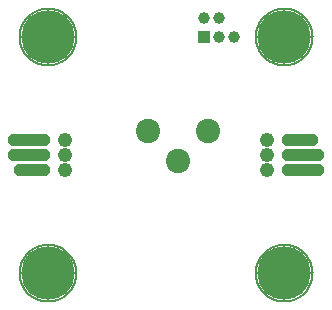
<source format=gbs>
G04 EAGLE Gerber X2 export*
%TF.Part,Single*%
%TF.FileFunction,Soldermask,Bot,1*%
%TF.FilePolarity,Negative*%
%TF.GenerationSoftware,Autodesk,EAGLE,9.6.2*%
%TF.CreationDate,2022-06-05T05:17:34Z*%
G75*
%MOMM*%
%FSLAX34Y34*%
%LPD*%
%INSoldermask Bottom*%
%AMOC8*
5,1,8,0,0,1.08239X$1,22.5*%
G01*
%ADD10C,0.990600*%
%ADD11R,0.990600X0.990600*%
%ADD12C,1.227000*%
%ADD13C,0.842138*%
%ADD14C,0.685800*%
%ADD15C,4.527000*%
%ADD16C,0.200000*%
%ADD17C,2.057400*%


D10*
X185138Y240626D03*
X185138Y224878D03*
X172438Y240626D03*
D11*
X172438Y224878D03*
D10*
X197838Y224878D03*
D12*
X54500Y112300D03*
D13*
X10325Y136775D02*
X10325Y138625D01*
X37675Y138625D01*
X37675Y136775D01*
X10325Y136775D01*
X10325Y125925D02*
X10325Y124075D01*
X10325Y125925D02*
X37675Y125925D01*
X37675Y124075D01*
X10325Y124075D01*
X15325Y113225D02*
X15325Y111375D01*
X15325Y113225D02*
X37675Y113225D01*
X37675Y111375D01*
X15325Y111375D01*
D12*
X54500Y125000D03*
X54500Y137700D03*
D14*
X23500Y125000D03*
D12*
X225500Y137700D03*
D13*
X269675Y113225D02*
X269675Y111375D01*
X242325Y111375D01*
X242325Y113225D01*
X269675Y113225D01*
X269675Y124075D02*
X269675Y125925D01*
X269675Y124075D02*
X242325Y124075D01*
X242325Y125925D01*
X269675Y125925D01*
X264675Y136775D02*
X264675Y138625D01*
X264675Y136775D02*
X242325Y136775D01*
X242325Y138625D01*
X264675Y138625D01*
D12*
X225500Y125000D03*
X225500Y112300D03*
D14*
X256500Y125000D03*
D15*
X40000Y225000D03*
D16*
X16000Y225000D02*
X16007Y225589D01*
X16029Y226178D01*
X16065Y226766D01*
X16116Y227352D01*
X16180Y227938D01*
X16260Y228522D01*
X16353Y229103D01*
X16461Y229682D01*
X16583Y230258D01*
X16719Y230832D01*
X16869Y231401D01*
X17033Y231967D01*
X17211Y232528D01*
X17403Y233085D01*
X17608Y233637D01*
X17827Y234184D01*
X18059Y234726D01*
X18304Y235261D01*
X18563Y235791D01*
X18834Y236314D01*
X19118Y236830D01*
X19415Y237338D01*
X19724Y237840D01*
X20045Y238334D01*
X20378Y238819D01*
X20723Y239297D01*
X21080Y239766D01*
X21448Y240225D01*
X21827Y240676D01*
X22217Y241117D01*
X22618Y241549D01*
X23029Y241971D01*
X23451Y242382D01*
X23883Y242783D01*
X24324Y243173D01*
X24775Y243552D01*
X25234Y243920D01*
X25703Y244277D01*
X26181Y244622D01*
X26666Y244955D01*
X27160Y245276D01*
X27662Y245585D01*
X28170Y245882D01*
X28686Y246166D01*
X29209Y246437D01*
X29739Y246696D01*
X30274Y246941D01*
X30816Y247173D01*
X31363Y247392D01*
X31915Y247597D01*
X32472Y247789D01*
X33033Y247967D01*
X33599Y248131D01*
X34168Y248281D01*
X34742Y248417D01*
X35318Y248539D01*
X35897Y248647D01*
X36478Y248740D01*
X37062Y248820D01*
X37648Y248884D01*
X38234Y248935D01*
X38822Y248971D01*
X39411Y248993D01*
X40000Y249000D01*
X40589Y248993D01*
X41178Y248971D01*
X41766Y248935D01*
X42352Y248884D01*
X42938Y248820D01*
X43522Y248740D01*
X44103Y248647D01*
X44682Y248539D01*
X45258Y248417D01*
X45832Y248281D01*
X46401Y248131D01*
X46967Y247967D01*
X47528Y247789D01*
X48085Y247597D01*
X48637Y247392D01*
X49184Y247173D01*
X49726Y246941D01*
X50261Y246696D01*
X50791Y246437D01*
X51314Y246166D01*
X51830Y245882D01*
X52338Y245585D01*
X52840Y245276D01*
X53334Y244955D01*
X53819Y244622D01*
X54297Y244277D01*
X54766Y243920D01*
X55225Y243552D01*
X55676Y243173D01*
X56117Y242783D01*
X56549Y242382D01*
X56971Y241971D01*
X57382Y241549D01*
X57783Y241117D01*
X58173Y240676D01*
X58552Y240225D01*
X58920Y239766D01*
X59277Y239297D01*
X59622Y238819D01*
X59955Y238334D01*
X60276Y237840D01*
X60585Y237338D01*
X60882Y236830D01*
X61166Y236314D01*
X61437Y235791D01*
X61696Y235261D01*
X61941Y234726D01*
X62173Y234184D01*
X62392Y233637D01*
X62597Y233085D01*
X62789Y232528D01*
X62967Y231967D01*
X63131Y231401D01*
X63281Y230832D01*
X63417Y230258D01*
X63539Y229682D01*
X63647Y229103D01*
X63740Y228522D01*
X63820Y227938D01*
X63884Y227352D01*
X63935Y226766D01*
X63971Y226178D01*
X63993Y225589D01*
X64000Y225000D01*
X63993Y224411D01*
X63971Y223822D01*
X63935Y223234D01*
X63884Y222648D01*
X63820Y222062D01*
X63740Y221478D01*
X63647Y220897D01*
X63539Y220318D01*
X63417Y219742D01*
X63281Y219168D01*
X63131Y218599D01*
X62967Y218033D01*
X62789Y217472D01*
X62597Y216915D01*
X62392Y216363D01*
X62173Y215816D01*
X61941Y215274D01*
X61696Y214739D01*
X61437Y214209D01*
X61166Y213686D01*
X60882Y213170D01*
X60585Y212662D01*
X60276Y212160D01*
X59955Y211666D01*
X59622Y211181D01*
X59277Y210703D01*
X58920Y210234D01*
X58552Y209775D01*
X58173Y209324D01*
X57783Y208883D01*
X57382Y208451D01*
X56971Y208029D01*
X56549Y207618D01*
X56117Y207217D01*
X55676Y206827D01*
X55225Y206448D01*
X54766Y206080D01*
X54297Y205723D01*
X53819Y205378D01*
X53334Y205045D01*
X52840Y204724D01*
X52338Y204415D01*
X51830Y204118D01*
X51314Y203834D01*
X50791Y203563D01*
X50261Y203304D01*
X49726Y203059D01*
X49184Y202827D01*
X48637Y202608D01*
X48085Y202403D01*
X47528Y202211D01*
X46967Y202033D01*
X46401Y201869D01*
X45832Y201719D01*
X45258Y201583D01*
X44682Y201461D01*
X44103Y201353D01*
X43522Y201260D01*
X42938Y201180D01*
X42352Y201116D01*
X41766Y201065D01*
X41178Y201029D01*
X40589Y201007D01*
X40000Y201000D01*
X39411Y201007D01*
X38822Y201029D01*
X38234Y201065D01*
X37648Y201116D01*
X37062Y201180D01*
X36478Y201260D01*
X35897Y201353D01*
X35318Y201461D01*
X34742Y201583D01*
X34168Y201719D01*
X33599Y201869D01*
X33033Y202033D01*
X32472Y202211D01*
X31915Y202403D01*
X31363Y202608D01*
X30816Y202827D01*
X30274Y203059D01*
X29739Y203304D01*
X29209Y203563D01*
X28686Y203834D01*
X28170Y204118D01*
X27662Y204415D01*
X27160Y204724D01*
X26666Y205045D01*
X26181Y205378D01*
X25703Y205723D01*
X25234Y206080D01*
X24775Y206448D01*
X24324Y206827D01*
X23883Y207217D01*
X23451Y207618D01*
X23029Y208029D01*
X22618Y208451D01*
X22217Y208883D01*
X21827Y209324D01*
X21448Y209775D01*
X21080Y210234D01*
X20723Y210703D01*
X20378Y211181D01*
X20045Y211666D01*
X19724Y212160D01*
X19415Y212662D01*
X19118Y213170D01*
X18834Y213686D01*
X18563Y214209D01*
X18304Y214739D01*
X18059Y215274D01*
X17827Y215816D01*
X17608Y216363D01*
X17403Y216915D01*
X17211Y217472D01*
X17033Y218033D01*
X16869Y218599D01*
X16719Y219168D01*
X16583Y219742D01*
X16461Y220318D01*
X16353Y220897D01*
X16260Y221478D01*
X16180Y222062D01*
X16116Y222648D01*
X16065Y223234D01*
X16029Y223822D01*
X16007Y224411D01*
X16000Y225000D01*
D15*
X40000Y25000D03*
D16*
X16000Y25000D02*
X16007Y25589D01*
X16029Y26178D01*
X16065Y26766D01*
X16116Y27352D01*
X16180Y27938D01*
X16260Y28522D01*
X16353Y29103D01*
X16461Y29682D01*
X16583Y30258D01*
X16719Y30832D01*
X16869Y31401D01*
X17033Y31967D01*
X17211Y32528D01*
X17403Y33085D01*
X17608Y33637D01*
X17827Y34184D01*
X18059Y34726D01*
X18304Y35261D01*
X18563Y35791D01*
X18834Y36314D01*
X19118Y36830D01*
X19415Y37338D01*
X19724Y37840D01*
X20045Y38334D01*
X20378Y38819D01*
X20723Y39297D01*
X21080Y39766D01*
X21448Y40225D01*
X21827Y40676D01*
X22217Y41117D01*
X22618Y41549D01*
X23029Y41971D01*
X23451Y42382D01*
X23883Y42783D01*
X24324Y43173D01*
X24775Y43552D01*
X25234Y43920D01*
X25703Y44277D01*
X26181Y44622D01*
X26666Y44955D01*
X27160Y45276D01*
X27662Y45585D01*
X28170Y45882D01*
X28686Y46166D01*
X29209Y46437D01*
X29739Y46696D01*
X30274Y46941D01*
X30816Y47173D01*
X31363Y47392D01*
X31915Y47597D01*
X32472Y47789D01*
X33033Y47967D01*
X33599Y48131D01*
X34168Y48281D01*
X34742Y48417D01*
X35318Y48539D01*
X35897Y48647D01*
X36478Y48740D01*
X37062Y48820D01*
X37648Y48884D01*
X38234Y48935D01*
X38822Y48971D01*
X39411Y48993D01*
X40000Y49000D01*
X40589Y48993D01*
X41178Y48971D01*
X41766Y48935D01*
X42352Y48884D01*
X42938Y48820D01*
X43522Y48740D01*
X44103Y48647D01*
X44682Y48539D01*
X45258Y48417D01*
X45832Y48281D01*
X46401Y48131D01*
X46967Y47967D01*
X47528Y47789D01*
X48085Y47597D01*
X48637Y47392D01*
X49184Y47173D01*
X49726Y46941D01*
X50261Y46696D01*
X50791Y46437D01*
X51314Y46166D01*
X51830Y45882D01*
X52338Y45585D01*
X52840Y45276D01*
X53334Y44955D01*
X53819Y44622D01*
X54297Y44277D01*
X54766Y43920D01*
X55225Y43552D01*
X55676Y43173D01*
X56117Y42783D01*
X56549Y42382D01*
X56971Y41971D01*
X57382Y41549D01*
X57783Y41117D01*
X58173Y40676D01*
X58552Y40225D01*
X58920Y39766D01*
X59277Y39297D01*
X59622Y38819D01*
X59955Y38334D01*
X60276Y37840D01*
X60585Y37338D01*
X60882Y36830D01*
X61166Y36314D01*
X61437Y35791D01*
X61696Y35261D01*
X61941Y34726D01*
X62173Y34184D01*
X62392Y33637D01*
X62597Y33085D01*
X62789Y32528D01*
X62967Y31967D01*
X63131Y31401D01*
X63281Y30832D01*
X63417Y30258D01*
X63539Y29682D01*
X63647Y29103D01*
X63740Y28522D01*
X63820Y27938D01*
X63884Y27352D01*
X63935Y26766D01*
X63971Y26178D01*
X63993Y25589D01*
X64000Y25000D01*
X63993Y24411D01*
X63971Y23822D01*
X63935Y23234D01*
X63884Y22648D01*
X63820Y22062D01*
X63740Y21478D01*
X63647Y20897D01*
X63539Y20318D01*
X63417Y19742D01*
X63281Y19168D01*
X63131Y18599D01*
X62967Y18033D01*
X62789Y17472D01*
X62597Y16915D01*
X62392Y16363D01*
X62173Y15816D01*
X61941Y15274D01*
X61696Y14739D01*
X61437Y14209D01*
X61166Y13686D01*
X60882Y13170D01*
X60585Y12662D01*
X60276Y12160D01*
X59955Y11666D01*
X59622Y11181D01*
X59277Y10703D01*
X58920Y10234D01*
X58552Y9775D01*
X58173Y9324D01*
X57783Y8883D01*
X57382Y8451D01*
X56971Y8029D01*
X56549Y7618D01*
X56117Y7217D01*
X55676Y6827D01*
X55225Y6448D01*
X54766Y6080D01*
X54297Y5723D01*
X53819Y5378D01*
X53334Y5045D01*
X52840Y4724D01*
X52338Y4415D01*
X51830Y4118D01*
X51314Y3834D01*
X50791Y3563D01*
X50261Y3304D01*
X49726Y3059D01*
X49184Y2827D01*
X48637Y2608D01*
X48085Y2403D01*
X47528Y2211D01*
X46967Y2033D01*
X46401Y1869D01*
X45832Y1719D01*
X45258Y1583D01*
X44682Y1461D01*
X44103Y1353D01*
X43522Y1260D01*
X42938Y1180D01*
X42352Y1116D01*
X41766Y1065D01*
X41178Y1029D01*
X40589Y1007D01*
X40000Y1000D01*
X39411Y1007D01*
X38822Y1029D01*
X38234Y1065D01*
X37648Y1116D01*
X37062Y1180D01*
X36478Y1260D01*
X35897Y1353D01*
X35318Y1461D01*
X34742Y1583D01*
X34168Y1719D01*
X33599Y1869D01*
X33033Y2033D01*
X32472Y2211D01*
X31915Y2403D01*
X31363Y2608D01*
X30816Y2827D01*
X30274Y3059D01*
X29739Y3304D01*
X29209Y3563D01*
X28686Y3834D01*
X28170Y4118D01*
X27662Y4415D01*
X27160Y4724D01*
X26666Y5045D01*
X26181Y5378D01*
X25703Y5723D01*
X25234Y6080D01*
X24775Y6448D01*
X24324Y6827D01*
X23883Y7217D01*
X23451Y7618D01*
X23029Y8029D01*
X22618Y8451D01*
X22217Y8883D01*
X21827Y9324D01*
X21448Y9775D01*
X21080Y10234D01*
X20723Y10703D01*
X20378Y11181D01*
X20045Y11666D01*
X19724Y12160D01*
X19415Y12662D01*
X19118Y13170D01*
X18834Y13686D01*
X18563Y14209D01*
X18304Y14739D01*
X18059Y15274D01*
X17827Y15816D01*
X17608Y16363D01*
X17403Y16915D01*
X17211Y17472D01*
X17033Y18033D01*
X16869Y18599D01*
X16719Y19168D01*
X16583Y19742D01*
X16461Y20318D01*
X16353Y20897D01*
X16260Y21478D01*
X16180Y22062D01*
X16116Y22648D01*
X16065Y23234D01*
X16029Y23822D01*
X16007Y24411D01*
X16000Y25000D01*
D15*
X240000Y25000D03*
D16*
X216000Y25000D02*
X216007Y25589D01*
X216029Y26178D01*
X216065Y26766D01*
X216116Y27352D01*
X216180Y27938D01*
X216260Y28522D01*
X216353Y29103D01*
X216461Y29682D01*
X216583Y30258D01*
X216719Y30832D01*
X216869Y31401D01*
X217033Y31967D01*
X217211Y32528D01*
X217403Y33085D01*
X217608Y33637D01*
X217827Y34184D01*
X218059Y34726D01*
X218304Y35261D01*
X218563Y35791D01*
X218834Y36314D01*
X219118Y36830D01*
X219415Y37338D01*
X219724Y37840D01*
X220045Y38334D01*
X220378Y38819D01*
X220723Y39297D01*
X221080Y39766D01*
X221448Y40225D01*
X221827Y40676D01*
X222217Y41117D01*
X222618Y41549D01*
X223029Y41971D01*
X223451Y42382D01*
X223883Y42783D01*
X224324Y43173D01*
X224775Y43552D01*
X225234Y43920D01*
X225703Y44277D01*
X226181Y44622D01*
X226666Y44955D01*
X227160Y45276D01*
X227662Y45585D01*
X228170Y45882D01*
X228686Y46166D01*
X229209Y46437D01*
X229739Y46696D01*
X230274Y46941D01*
X230816Y47173D01*
X231363Y47392D01*
X231915Y47597D01*
X232472Y47789D01*
X233033Y47967D01*
X233599Y48131D01*
X234168Y48281D01*
X234742Y48417D01*
X235318Y48539D01*
X235897Y48647D01*
X236478Y48740D01*
X237062Y48820D01*
X237648Y48884D01*
X238234Y48935D01*
X238822Y48971D01*
X239411Y48993D01*
X240000Y49000D01*
X240589Y48993D01*
X241178Y48971D01*
X241766Y48935D01*
X242352Y48884D01*
X242938Y48820D01*
X243522Y48740D01*
X244103Y48647D01*
X244682Y48539D01*
X245258Y48417D01*
X245832Y48281D01*
X246401Y48131D01*
X246967Y47967D01*
X247528Y47789D01*
X248085Y47597D01*
X248637Y47392D01*
X249184Y47173D01*
X249726Y46941D01*
X250261Y46696D01*
X250791Y46437D01*
X251314Y46166D01*
X251830Y45882D01*
X252338Y45585D01*
X252840Y45276D01*
X253334Y44955D01*
X253819Y44622D01*
X254297Y44277D01*
X254766Y43920D01*
X255225Y43552D01*
X255676Y43173D01*
X256117Y42783D01*
X256549Y42382D01*
X256971Y41971D01*
X257382Y41549D01*
X257783Y41117D01*
X258173Y40676D01*
X258552Y40225D01*
X258920Y39766D01*
X259277Y39297D01*
X259622Y38819D01*
X259955Y38334D01*
X260276Y37840D01*
X260585Y37338D01*
X260882Y36830D01*
X261166Y36314D01*
X261437Y35791D01*
X261696Y35261D01*
X261941Y34726D01*
X262173Y34184D01*
X262392Y33637D01*
X262597Y33085D01*
X262789Y32528D01*
X262967Y31967D01*
X263131Y31401D01*
X263281Y30832D01*
X263417Y30258D01*
X263539Y29682D01*
X263647Y29103D01*
X263740Y28522D01*
X263820Y27938D01*
X263884Y27352D01*
X263935Y26766D01*
X263971Y26178D01*
X263993Y25589D01*
X264000Y25000D01*
X263993Y24411D01*
X263971Y23822D01*
X263935Y23234D01*
X263884Y22648D01*
X263820Y22062D01*
X263740Y21478D01*
X263647Y20897D01*
X263539Y20318D01*
X263417Y19742D01*
X263281Y19168D01*
X263131Y18599D01*
X262967Y18033D01*
X262789Y17472D01*
X262597Y16915D01*
X262392Y16363D01*
X262173Y15816D01*
X261941Y15274D01*
X261696Y14739D01*
X261437Y14209D01*
X261166Y13686D01*
X260882Y13170D01*
X260585Y12662D01*
X260276Y12160D01*
X259955Y11666D01*
X259622Y11181D01*
X259277Y10703D01*
X258920Y10234D01*
X258552Y9775D01*
X258173Y9324D01*
X257783Y8883D01*
X257382Y8451D01*
X256971Y8029D01*
X256549Y7618D01*
X256117Y7217D01*
X255676Y6827D01*
X255225Y6448D01*
X254766Y6080D01*
X254297Y5723D01*
X253819Y5378D01*
X253334Y5045D01*
X252840Y4724D01*
X252338Y4415D01*
X251830Y4118D01*
X251314Y3834D01*
X250791Y3563D01*
X250261Y3304D01*
X249726Y3059D01*
X249184Y2827D01*
X248637Y2608D01*
X248085Y2403D01*
X247528Y2211D01*
X246967Y2033D01*
X246401Y1869D01*
X245832Y1719D01*
X245258Y1583D01*
X244682Y1461D01*
X244103Y1353D01*
X243522Y1260D01*
X242938Y1180D01*
X242352Y1116D01*
X241766Y1065D01*
X241178Y1029D01*
X240589Y1007D01*
X240000Y1000D01*
X239411Y1007D01*
X238822Y1029D01*
X238234Y1065D01*
X237648Y1116D01*
X237062Y1180D01*
X236478Y1260D01*
X235897Y1353D01*
X235318Y1461D01*
X234742Y1583D01*
X234168Y1719D01*
X233599Y1869D01*
X233033Y2033D01*
X232472Y2211D01*
X231915Y2403D01*
X231363Y2608D01*
X230816Y2827D01*
X230274Y3059D01*
X229739Y3304D01*
X229209Y3563D01*
X228686Y3834D01*
X228170Y4118D01*
X227662Y4415D01*
X227160Y4724D01*
X226666Y5045D01*
X226181Y5378D01*
X225703Y5723D01*
X225234Y6080D01*
X224775Y6448D01*
X224324Y6827D01*
X223883Y7217D01*
X223451Y7618D01*
X223029Y8029D01*
X222618Y8451D01*
X222217Y8883D01*
X221827Y9324D01*
X221448Y9775D01*
X221080Y10234D01*
X220723Y10703D01*
X220378Y11181D01*
X220045Y11666D01*
X219724Y12160D01*
X219415Y12662D01*
X219118Y13170D01*
X218834Y13686D01*
X218563Y14209D01*
X218304Y14739D01*
X218059Y15274D01*
X217827Y15816D01*
X217608Y16363D01*
X217403Y16915D01*
X217211Y17472D01*
X217033Y18033D01*
X216869Y18599D01*
X216719Y19168D01*
X216583Y19742D01*
X216461Y20318D01*
X216353Y20897D01*
X216260Y21478D01*
X216180Y22062D01*
X216116Y22648D01*
X216065Y23234D01*
X216029Y23822D01*
X216007Y24411D01*
X216000Y25000D01*
D15*
X240000Y225000D03*
D16*
X216000Y225000D02*
X216007Y225589D01*
X216029Y226178D01*
X216065Y226766D01*
X216116Y227352D01*
X216180Y227938D01*
X216260Y228522D01*
X216353Y229103D01*
X216461Y229682D01*
X216583Y230258D01*
X216719Y230832D01*
X216869Y231401D01*
X217033Y231967D01*
X217211Y232528D01*
X217403Y233085D01*
X217608Y233637D01*
X217827Y234184D01*
X218059Y234726D01*
X218304Y235261D01*
X218563Y235791D01*
X218834Y236314D01*
X219118Y236830D01*
X219415Y237338D01*
X219724Y237840D01*
X220045Y238334D01*
X220378Y238819D01*
X220723Y239297D01*
X221080Y239766D01*
X221448Y240225D01*
X221827Y240676D01*
X222217Y241117D01*
X222618Y241549D01*
X223029Y241971D01*
X223451Y242382D01*
X223883Y242783D01*
X224324Y243173D01*
X224775Y243552D01*
X225234Y243920D01*
X225703Y244277D01*
X226181Y244622D01*
X226666Y244955D01*
X227160Y245276D01*
X227662Y245585D01*
X228170Y245882D01*
X228686Y246166D01*
X229209Y246437D01*
X229739Y246696D01*
X230274Y246941D01*
X230816Y247173D01*
X231363Y247392D01*
X231915Y247597D01*
X232472Y247789D01*
X233033Y247967D01*
X233599Y248131D01*
X234168Y248281D01*
X234742Y248417D01*
X235318Y248539D01*
X235897Y248647D01*
X236478Y248740D01*
X237062Y248820D01*
X237648Y248884D01*
X238234Y248935D01*
X238822Y248971D01*
X239411Y248993D01*
X240000Y249000D01*
X240589Y248993D01*
X241178Y248971D01*
X241766Y248935D01*
X242352Y248884D01*
X242938Y248820D01*
X243522Y248740D01*
X244103Y248647D01*
X244682Y248539D01*
X245258Y248417D01*
X245832Y248281D01*
X246401Y248131D01*
X246967Y247967D01*
X247528Y247789D01*
X248085Y247597D01*
X248637Y247392D01*
X249184Y247173D01*
X249726Y246941D01*
X250261Y246696D01*
X250791Y246437D01*
X251314Y246166D01*
X251830Y245882D01*
X252338Y245585D01*
X252840Y245276D01*
X253334Y244955D01*
X253819Y244622D01*
X254297Y244277D01*
X254766Y243920D01*
X255225Y243552D01*
X255676Y243173D01*
X256117Y242783D01*
X256549Y242382D01*
X256971Y241971D01*
X257382Y241549D01*
X257783Y241117D01*
X258173Y240676D01*
X258552Y240225D01*
X258920Y239766D01*
X259277Y239297D01*
X259622Y238819D01*
X259955Y238334D01*
X260276Y237840D01*
X260585Y237338D01*
X260882Y236830D01*
X261166Y236314D01*
X261437Y235791D01*
X261696Y235261D01*
X261941Y234726D01*
X262173Y234184D01*
X262392Y233637D01*
X262597Y233085D01*
X262789Y232528D01*
X262967Y231967D01*
X263131Y231401D01*
X263281Y230832D01*
X263417Y230258D01*
X263539Y229682D01*
X263647Y229103D01*
X263740Y228522D01*
X263820Y227938D01*
X263884Y227352D01*
X263935Y226766D01*
X263971Y226178D01*
X263993Y225589D01*
X264000Y225000D01*
X263993Y224411D01*
X263971Y223822D01*
X263935Y223234D01*
X263884Y222648D01*
X263820Y222062D01*
X263740Y221478D01*
X263647Y220897D01*
X263539Y220318D01*
X263417Y219742D01*
X263281Y219168D01*
X263131Y218599D01*
X262967Y218033D01*
X262789Y217472D01*
X262597Y216915D01*
X262392Y216363D01*
X262173Y215816D01*
X261941Y215274D01*
X261696Y214739D01*
X261437Y214209D01*
X261166Y213686D01*
X260882Y213170D01*
X260585Y212662D01*
X260276Y212160D01*
X259955Y211666D01*
X259622Y211181D01*
X259277Y210703D01*
X258920Y210234D01*
X258552Y209775D01*
X258173Y209324D01*
X257783Y208883D01*
X257382Y208451D01*
X256971Y208029D01*
X256549Y207618D01*
X256117Y207217D01*
X255676Y206827D01*
X255225Y206448D01*
X254766Y206080D01*
X254297Y205723D01*
X253819Y205378D01*
X253334Y205045D01*
X252840Y204724D01*
X252338Y204415D01*
X251830Y204118D01*
X251314Y203834D01*
X250791Y203563D01*
X250261Y203304D01*
X249726Y203059D01*
X249184Y202827D01*
X248637Y202608D01*
X248085Y202403D01*
X247528Y202211D01*
X246967Y202033D01*
X246401Y201869D01*
X245832Y201719D01*
X245258Y201583D01*
X244682Y201461D01*
X244103Y201353D01*
X243522Y201260D01*
X242938Y201180D01*
X242352Y201116D01*
X241766Y201065D01*
X241178Y201029D01*
X240589Y201007D01*
X240000Y201000D01*
X239411Y201007D01*
X238822Y201029D01*
X238234Y201065D01*
X237648Y201116D01*
X237062Y201180D01*
X236478Y201260D01*
X235897Y201353D01*
X235318Y201461D01*
X234742Y201583D01*
X234168Y201719D01*
X233599Y201869D01*
X233033Y202033D01*
X232472Y202211D01*
X231915Y202403D01*
X231363Y202608D01*
X230816Y202827D01*
X230274Y203059D01*
X229739Y203304D01*
X229209Y203563D01*
X228686Y203834D01*
X228170Y204118D01*
X227662Y204415D01*
X227160Y204724D01*
X226666Y205045D01*
X226181Y205378D01*
X225703Y205723D01*
X225234Y206080D01*
X224775Y206448D01*
X224324Y206827D01*
X223883Y207217D01*
X223451Y207618D01*
X223029Y208029D01*
X222618Y208451D01*
X222217Y208883D01*
X221827Y209324D01*
X221448Y209775D01*
X221080Y210234D01*
X220723Y210703D01*
X220378Y211181D01*
X220045Y211666D01*
X219724Y212160D01*
X219415Y212662D01*
X219118Y213170D01*
X218834Y213686D01*
X218563Y214209D01*
X218304Y214739D01*
X218059Y215274D01*
X217827Y215816D01*
X217608Y216363D01*
X217403Y216915D01*
X217211Y217472D01*
X217033Y218033D01*
X216869Y218599D01*
X216719Y219168D01*
X216583Y219742D01*
X216461Y220318D01*
X216353Y220897D01*
X216260Y221478D01*
X216180Y222062D01*
X216116Y222648D01*
X216065Y223234D01*
X216029Y223822D01*
X216007Y224411D01*
X216000Y225000D01*
D17*
X124600Y145000D03*
X175400Y145000D03*
X150000Y119600D03*
M02*

</source>
